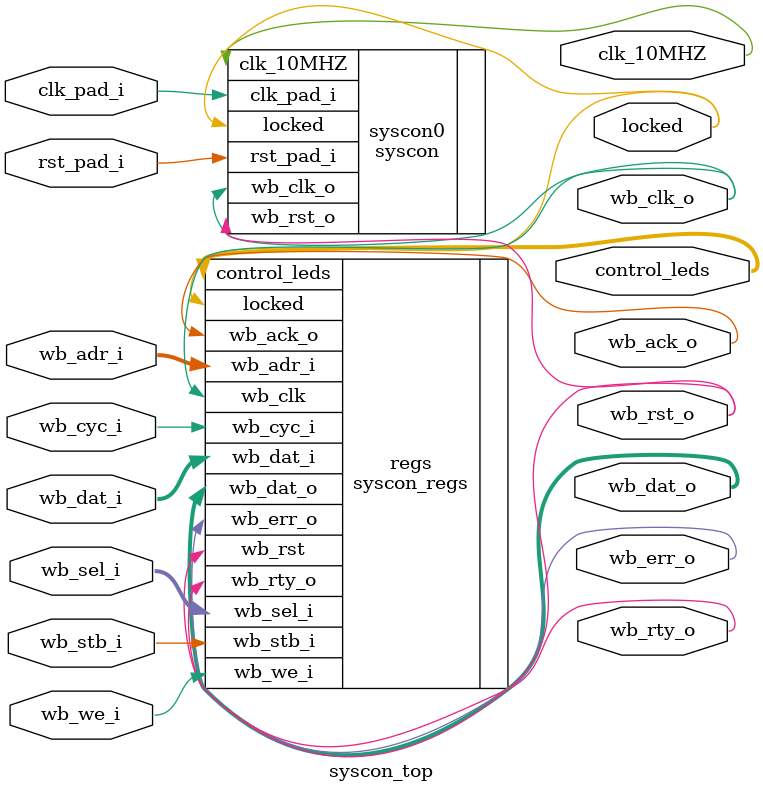
<source format=v>


module syscon_top (/*AUTOARG*/
   // Outputs
   wb_dat_o, wb_ack_o, wb_err_o, wb_rty_o, control_leds, wb_clk_o,
   wb_rst_o, clk_10MHZ, locked,
   // Inputs
   wb_cyc_i, wb_adr_i, wb_dat_i, wb_sel_i, wb_we_i, wb_stb_i,
   clk_pad_i, rst_pad_i
   ) ;

   parameter SLAVE_ADDRESS = 32'h0000_0000;
   parameter dw = 32;
   parameter aw = 32;

   //
   // WISHBONE Interface
   //
   input             wb_cyc_i;	// cycle valid input
   input [aw-1:0]    wb_adr_i;	// address bus inputs
   input [dw-1:0]    wb_dat_i;	// input data bus
   input [3:0]       wb_sel_i;	// byte select inputs
   input             wb_we_i;	// indicates write transfer
   input             wb_stb_i;	// strobe input
   output [dw-1:0]   wb_dat_o;	// output data bus
   output            wb_ack_o;	// normal termination
   output            wb_err_o;	// termination w/ error
   output            wb_rty_o;  // re-try
   output [1:0]      control_leds;

   input             clk_pad_i;
   input             rst_pad_i;
   output            wb_clk_o;
   output            wb_rst_o;
   output            clk_10MHZ;

   output wire       locked;


   syscon syscon0(
                  // Outputs
                  .wb_clk_o             (wb_clk_o),
                  .wb_rst_o             (wb_rst_o),
                  .clk_10MHZ            (clk_10MHZ),
                  .locked               (locked),
                  // Inputs
                  .clk_pad_i            (clk_pad_i),
                  .rst_pad_i            (rst_pad_i));


   syscon_regs #(.SLAVE_ADDRESS(SLAVE_ADDRESS), .aw(aw), .dw(dw))
   regs(
        // Outputs
        .wb_dat_o                       (wb_dat_o[dw-1:0]),
        .wb_ack_o                       (wb_ack_o),
        .wb_err_o                       (wb_err_o),
        .wb_rty_o                       (wb_rty_o),
        .control_leds                   (control_leds),
        // Inputs
        .wb_clk                         (wb_clk_o),
        .wb_rst                         (wb_rst_o),
        .wb_cyc_i                       (wb_cyc_i),
        .wb_adr_i                       (wb_adr_i[aw-1:0]),
        .wb_dat_i                       (wb_dat_i[dw-1:0]),
        .wb_sel_i                       (wb_sel_i[3:0]),
        .wb_we_i                        (wb_we_i),
        .wb_stb_i                       (wb_stb_i),
        .locked                         (locked));

endmodule // syscon_top

</source>
